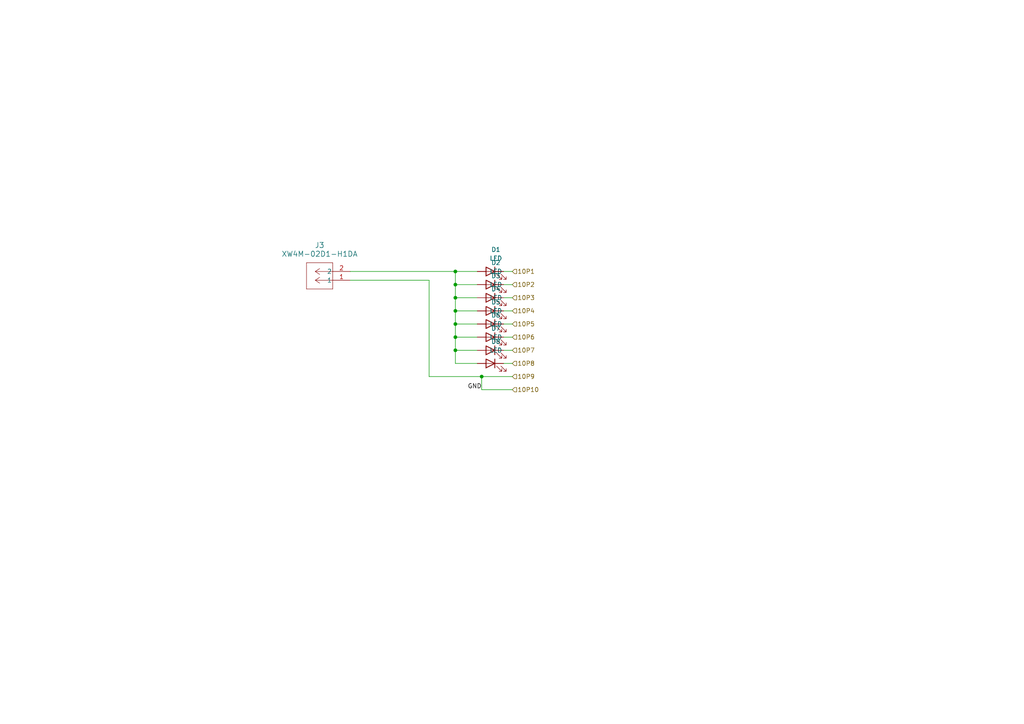
<source format=kicad_sch>
(kicad_sch (version 20230121) (generator eeschema)
  (paper "A4")
  (lib_symbols
    (symbol "2 Pin:XW4M-02D1-H1DA" (pin_names (offset 0.254))
      (property "Reference" "J" (at 8.89 6.35 0))
      (property "Value" "XW4M-02D1-H1DA" (at 0 0 0))
      (symbol "XW4M-02D1-H1DA_0_1"
        (polyline (pts (xy 5.08 -5.08) (xy 12.7 -5.08)) (stroke (width 0.127)))
        (polyline (pts (xy 5.08 2.54) (xy 5.08 -5.08)) (stroke (width 0.127)))
        (polyline (pts (xy 10.16 -2.54) (xy 5.08 -2.54)) (stroke (width 0.127)))
        (polyline (pts (xy 10.16 -2.54) (xy 8.89 -3.3867)) (stroke (width 0.127)))
        (polyline (pts (xy 10.16 -2.54) (xy 8.89 -1.6933)) (stroke (width 0.127)))
        (polyline (pts (xy 10.16 0) (xy 5.08 0)) (stroke (width 0.127)))
        (polyline (pts (xy 10.16 0) (xy 8.89 -0.8467)) (stroke (width 0.127)))
        (polyline (pts (xy 10.16 0) (xy 8.89 0.8467)) (stroke (width 0.127)))
        (polyline (pts (xy 12.7 -5.08) (xy 12.7 2.54)) (stroke (width 0.127)))
        (polyline (pts (xy 12.7 2.54) (xy 5.08 2.54)) (stroke (width 0.127)))
        (pin unspecified line (at 0 0 0) (length 5.08) (name "1") (number "1"))
        (pin unspecified line (at 0 -2.54 0) (length 5.08) (name "2") (number "2"))
      )
    )
    (symbol "Device:LED" (pin_numbers hide) (pin_names (offset 1.016) hide)
      (property "Reference" "D" (at 0 2.54 0))
      (property "Value" "LED" (at 0 -2.54 0))
      (symbol "LED_0_1"
        (polyline (pts (xy -1.27 -1.27) (xy -1.27 1.27)) (stroke (width 0.254)))
        (polyline (pts (xy -1.27 0) (xy 1.27 0)))
        (polyline (pts (xy 1.27 -1.27) (xy 1.27 1.27) (xy -1.27 0) (xy 1.27 -1.27)) (stroke (width 0.254)))
        (polyline (pts (xy -3.048 -0.762) (xy -4.572 -2.286) (xy -3.81 -2.286) (xy -4.572 -2.286) (xy -4.572 -1.524)))
        (polyline (pts (xy -1.778 -0.762) (xy -3.302 -2.286) (xy -2.54 -2.286) (xy -3.302 -2.286) (xy -3.302 -1.524)))
      )
      (symbol "LED_1_1"
        (pin passive line (at -3.81 0 0) (length 2.54) (name "K") (number "1"))
        (pin passive line (at 3.81 0 180) (length 2.54) (name "A") (number "2"))
      )
    )
  )
  (junction (at 132.08 86.36))
  (junction (at 139.7 109.22))
  (junction (at 132.08 90.17))
  (junction (at 132.08 78.74))
  (junction (at 132.08 93.98))
  (junction (at 132.08 101.6))
  (junction (at 132.08 82.55))
  (junction (at 132.08 97.79))
  (wire (pts (xy 101.6 78.74) (xy 132.08 78.74)))
  (wire (pts (xy 132.08 101.6) (xy 132.08 105.41)))
  (wire (pts (xy 139.7 113.03) (xy 148.59 113.03)))
  (wire (pts (xy 132.08 86.36) (xy 132.08 90.17)))
  (wire (pts (xy 148.59 97.79) (xy 146.05 97.79)))
  (wire (pts (xy 148.59 82.55) (xy 146.05 82.55)))
  (wire (pts (xy 124.46 81.28) (xy 124.46 109.22)))
  (wire (pts (xy 148.59 86.36) (xy 146.05 86.36)))
  (wire (pts (xy 124.46 109.22) (xy 139.7 109.22)))
  (wire (pts (xy 132.08 78.74) (xy 132.08 82.55)))
  (wire (pts (xy 132.08 93.98) (xy 138.43 93.98)))
  (wire (pts (xy 132.08 97.79) (xy 138.43 97.79)))
  (wire (pts (xy 132.08 93.98) (xy 132.08 97.79)))
  (wire (pts (xy 132.08 82.55) (xy 132.08 86.36)))
  (wire (pts (xy 148.59 78.74) (xy 146.05 78.74)))
  (wire (pts (xy 132.08 105.41) (xy 138.43 105.41)))
  (wire (pts (xy 132.08 90.17) (xy 138.43 90.17)))
  (wire (pts (xy 148.59 90.17) (xy 146.05 90.17)))
  (wire (pts (xy 132.08 78.74) (xy 138.43 78.74)))
  (wire (pts (xy 101.6 81.28) (xy 124.46 81.28)))
  (wire (pts (xy 148.59 93.98) (xy 146.05 93.98)))
  (wire (pts (xy 132.08 86.36) (xy 138.43 86.36)))
  (wire (pts (xy 139.7 113.03) (xy 139.7 109.22)))
  (wire (pts (xy 148.59 101.6) (xy 146.05 101.6)))
  (wire (pts (xy 132.08 90.17) (xy 132.08 93.98)))
  (wire (pts (xy 139.7 109.22) (xy 148.59 109.22)))
  (wire (pts (xy 132.08 101.6) (xy 138.43 101.6)))
  (wire (pts (xy 148.59 105.41) (xy 146.05 105.41)))
  (wire (pts (xy 132.08 97.79) (xy 132.08 101.6)))
  (wire (pts (xy 132.08 82.55) (xy 138.43 82.55)))
  (label "GND" (at 139.7 113.03 180))
  (hierarchical_label "10P7" (shape input) (at 148.59 101.6 0))
  (hierarchical_label "10P2" (shape input) (at 148.59 82.55 0))
  (hierarchical_label "10P1" (shape input) (at 148.59 78.74 0))
  (hierarchical_label "10P8" (shape input) (at 148.59 105.41 0))
  (hierarchical_label "10P6" (shape input) (at 148.59 97.79 0))
  (hierarchical_label "10P5" (shape input) (at 148.59 93.98 0))
  (hierarchical_label "10P9" (shape input) (at 148.59 109.22 0))
  (hierarchical_label "10P10" (shape input) (at 148.59 113.03 0))
  (hierarchical_label "10P4" (shape input) (at 148.59 90.17 0))
  (hierarchical_label "10P3" (shape input) (at 148.59 86.36 0))
  (symbol (lib_id "Device:LED") (at 142.24 90.17 0) (mirror y) (unit 1)
    (property "Reference" "D4" (at 143.8275 83.82 0))
    (property "Value" "LED" (at 143.8275 86.36 0))
    (property "Footprint" "LED_THT:LED_BL-FL7680RGB" (effects hide))
  )
  (symbol (lib_id "Device:LED") (at 142.24 82.55 0) (mirror y) (unit 1)
    (property "Reference" "D2" (at 143.8275 76.2 0))
    (property "Value" "LED" (at 143.8275 78.74 0))
    (property "Footprint" "LED_THT:LED_BL-FL7680RGB" (effects hide))
  )
  (symbol (lib_id "Device:LED") (at 142.24 105.41 0) (mirror y) (unit 1)
    (property "Reference" "D8" (at 143.8275 99.06 0))
    (property "Value" "LED" (at 143.8275 101.6 0))
    (property "Footprint" "LED_THT:LED_BL-FL7680RGB" (effects hide))
  )
  (symbol (lib_id "Device:LED") (at 142.24 101.6 0) (mirror y) (unit 1)
    (property "Reference" "D7" (at 143.8275 95.25 0))
    (property "Value" "LED" (at 143.8275 97.79 0))
    (property "Footprint" "LED_THT:LED_BL-FL7680RGB" (effects hide))
  )
  (symbol (lib_id "Device:LED") (at 142.24 97.79 0) (mirror y) (unit 1)
    (property "Reference" "D6" (at 143.8275 91.44 0))
    (property "Value" "LED" (at 143.8275 93.98 0))
    (property "Footprint" "LED_THT:LED_BL-FL7680RGB" (effects hide))
  )
  (symbol (lib_id "Device:LED") (at 142.24 86.36 0) (mirror y) (unit 1)
    (property "Reference" "D3" (at 143.8275 80.01 0))
    (property "Value" "LED" (at 143.8275 82.55 0))
    (property "Footprint" "LED_THT:LED_BL-FL7680RGB" (effects hide))
  )
  (symbol (lib_id "2 Pin:XW4M-02D1-H1DA") (at 101.6 81.28 180) (unit 1)
    (property "Reference" "J3" (at 92.71 71.12 0) (effects (font (size 1.524 1.524))))
    (property "Value" "XW4M-02D1-H1DA" (at 92.71 73.66 0) (effects (font (size 1.524 1.524))))
    (property "Footprint" "2 Pin:xw4m-02d1-h1da" (effects hide))
    (property "Datasheet" "XW4M-02D1-H1DA" (effects hide))
  )
  (symbol (lib_id "Device:LED") (at 142.24 93.98 0) (mirror y) (unit 1)
    (property "Reference" "D5" (at 143.8275 87.63 0))
    (property "Value" "LED" (at 143.8275 90.17 0))
    (property "Footprint" "LED_THT:LED_BL-FL7680RGB" (effects hide))
  )
  (symbol (lib_id "Device:LED") (at 142.24 78.74 0) (mirror y) (unit 1)
    (property "Reference" "D1" (at 143.8275 72.39 0))
    (property "Value" "LED" (at 143.8275 74.93 0))
    (property "Footprint" "LED_THT:LED_BL-FL7680RGB" (effects hide))
  )
)
</source>
